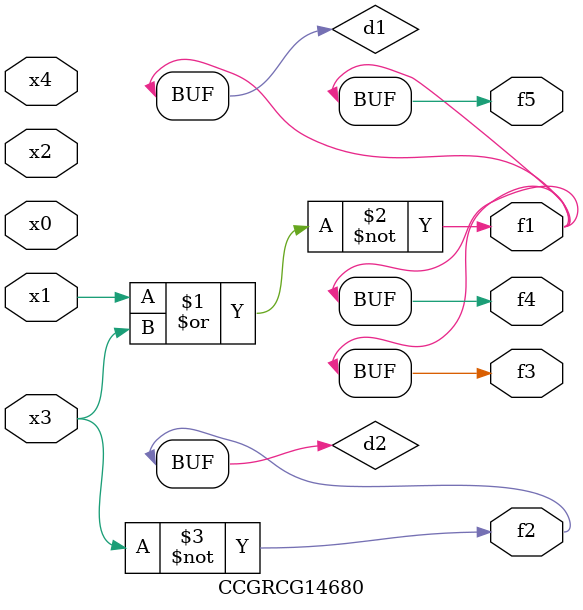
<source format=v>
module CCGRCG14680(
	input x0, x1, x2, x3, x4,
	output f1, f2, f3, f4, f5
);

	wire d1, d2;

	nor (d1, x1, x3);
	not (d2, x3);
	assign f1 = d1;
	assign f2 = d2;
	assign f3 = d1;
	assign f4 = d1;
	assign f5 = d1;
endmodule

</source>
